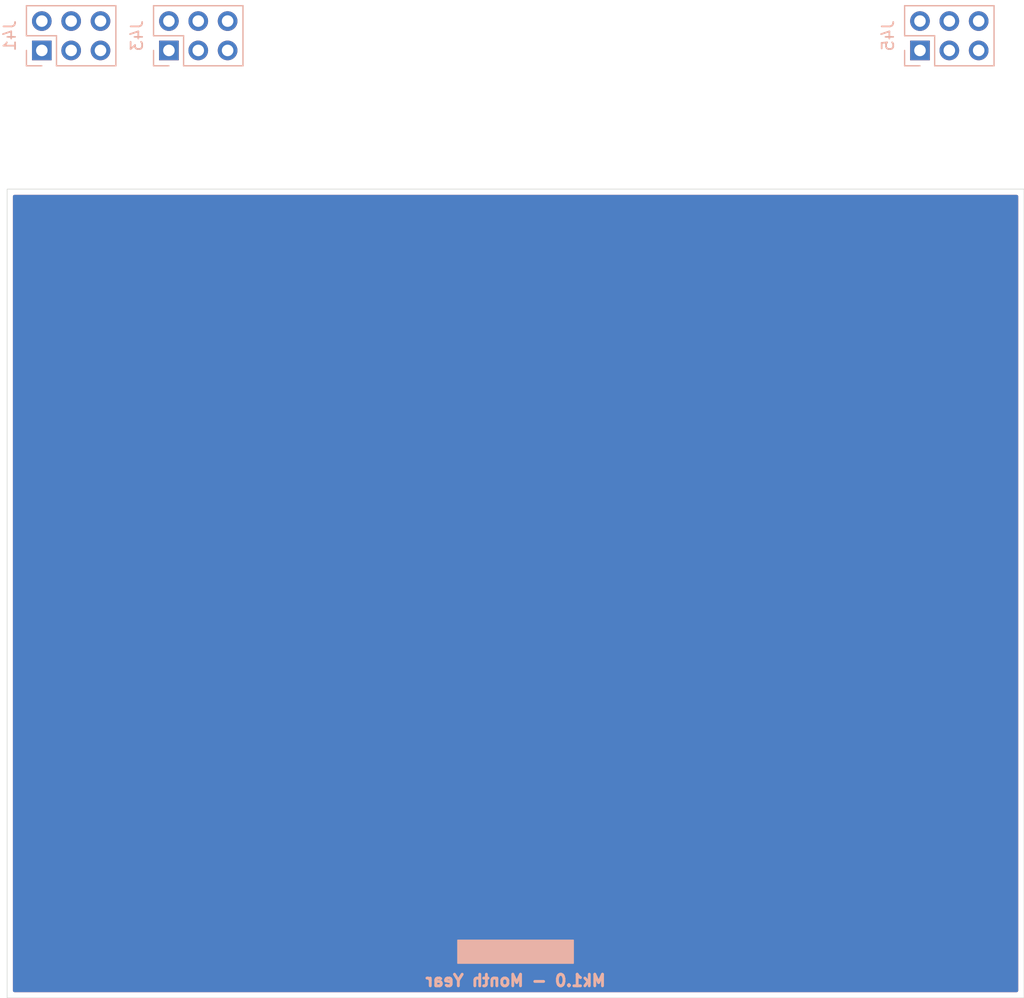
<source format=kicad_pcb>
(kicad_pcb (version 20241229) (generator "pcbnew") (generator_version "9.0")
  (title_block (rev "1") (company "DMH Instruments") (comment 1 "10cm Kosmo format synthesizer module PCB"))
  (layers (0 "F.Cu" signal) (2 "B.Cu" signal) (13 "F.Paste" user) (15 "B.Paste" user) (5 "F.SilkS" user "F.Silkscreen") (7 "B.SilkS" user "B.Silkscreen") (1 "F.Mask" user) (3 "B.Mask" user) (25 "Edge.Cuts" user))
  (net 0 "")
  (net 1 "+12V")
  (net 2 "-12V")
  (net 3 "B_Sync_M")
  (net 4 "B_Sqr_M")
  (net 5 "B_Saw_M")
  (net 6 "GND")
  (net 7 "B_Rng_Sw_p3_M")
  (net 8 "B_Rng_Sw_p1_M")
  (net 9 "B_VOct_Trim_p3_M")
  (net 10 "B_Rmp_M")
  (net 11 "B_Sin_M")
  (net 12 "B_Tri_M")
  (net 13 "B_Rnd_M")
  (footprint "Connector_PinSocket_2.54mm:PinSocket_2x03_P2.54mm_Vertical" (layer "B.Cu") (at 59 18 -90)
    (property "Reference" "J41" (at -1.27 2.77 90) (layer "B.SilkS") (effects (justify mirror)))
    (property "Value" "Conn_02x03_Odd_Even" (hide yes))
    (fp_line (start -3.87 1.33) (end -1.27 1.33) (stroke (width 0.12)) (layer "B.SilkS"))
    (fp_line (start -3.87 1.33) (end -3.87 -6.41) (stroke (width 0.12)) (layer "B.SilkS"))
    (fp_line (start -1.27 1.33) (end -1.27 -1.27) (stroke (width 0.12)) (layer "B.SilkS"))
    (fp_line (start 0 1.33) (end 1.33 1.33) (stroke (width 0.12)) (layer "B.SilkS"))
    (fp_line (start 1.33 1.33) (end 1.33 0) (stroke (width 0.12)) (layer "B.SilkS"))
    (fp_line (start -1.27 -1.27) (end 1.33 -1.27) (stroke (width 0.12)) (layer "B.SilkS"))
    (fp_line (start 1.33 -1.27) (end 1.33 -6.41) (stroke (width 0.12)) (layer "B.SilkS"))
    (fp_line (start -3.87 -6.41) (end 1.33 -6.41) (stroke (width 0.12)) (layer "B.SilkS"))
    (pad "1" thru_hole rect (at 0 0 270) (size 1.7 1.7) (drill 1) (layers "*.Cu" "*.Mask") (net 6 "GND"))
    (pad "2" thru_hole circle (at -2.54 0 270) (size 1.7 1.7) (drill 1) (layers "*.Cu" "*.Mask") (net 6 "GND"))
    (pad "3" thru_hole circle (at 0 -2.54 270) (size 1.7 1.7) (drill 1) (layers "*.Cu" "*.Mask") (net 1 "+12V"))
    (pad "4" thru_hole circle (at -2.54 -2.54 270) (size 1.7 1.7) (drill 1) (layers "*.Cu" "*.Mask") (net 1 "+12V"))
    (pad "5" thru_hole circle (at 0 -5.08 270) (size 1.7 1.7) (drill 1) (layers "*.Cu" "*.Mask") (net 2 "-12V"))
    (pad "6" thru_hole circle (at -2.54 -5.08 270) (size 1.7 1.7) (drill 1) (layers "*.Cu" "*.Mask") (net 2 "-12V"))
  )
  (footprint "Connector_PinSocket_2.54mm:PinSocket_2x03_P2.54mm_Vertical" (layer "B.Cu") (at 135 18 -90)
    (property "Reference" "J45" (at -1.27 2.77 90) (layer "B.SilkS") (effects (justify mirror)))
    (property "Value" "Conn_02x03_Odd_Even" (hide yes))
    (fp_line (start -3.87 1.33) (end -1.27 1.33) (stroke (width 0.12)) (layer "B.SilkS"))
    (fp_line (start -3.87 1.33) (end -3.87 -6.41) (stroke (width 0.12)) (layer "B.SilkS"))
    (fp_line (start -1.27 1.33) (end -1.27 -1.27) (stroke (width 0.12)) (layer "B.SilkS"))
    (fp_line (start 0 1.33) (end 1.33 1.33) (stroke (width 0.12)) (layer "B.SilkS"))
    (fp_line (start 1.33 1.33) (end 1.33 0) (stroke (width 0.12)) (layer "B.SilkS"))
    (fp_line (start -1.27 -1.27) (end 1.33 -1.27) (stroke (width 0.12)) (layer "B.SilkS"))
    (fp_line (start 1.33 -1.27) (end 1.33 -6.41) (stroke (width 0.12)) (layer "B.SilkS"))
    (fp_line (start -3.87 -6.41) (end 1.33 -6.41) (stroke (width 0.12)) (layer "B.SilkS"))
    (pad "1" thru_hole rect (at 0 0 270) (size 1.7 1.7) (drill 1) (layers "*.Cu" "*.Mask") (net 4 "B_Sqr_M"))
    (pad "2" thru_hole circle (at -2.54 0 270) (size 1.7 1.7) (drill 1) (layers "*.Cu" "*.Mask") (net 10 "B_Rmp_M"))
    (pad "3" thru_hole circle (at 0 -2.54 270) (size 1.7 1.7) (drill 1) (layers "*.Cu" "*.Mask") (net 5 "B_Saw_M"))
    (pad "4" thru_hole circle (at -2.54 -2.54 270) (size 1.7 1.7) (drill 1) (layers "*.Cu" "*.Mask") (net 11 "B_Sin_M"))
    (pad "5" thru_hole circle (at 0 -5.08 270) (size 1.7 1.7) (drill 1) (layers "*.Cu" "*.Mask") (net 12 "B_Tri_M"))
    (pad "6" thru_hole circle (at -2.54 -5.08 270) (size 1.7 1.7) (drill 1) (layers "*.Cu" "*.Mask") (net 13 "B_Rnd_M"))
  )
  (footprint "Connector_PinSocket_2.54mm:PinSocket_2x03_P2.54mm_Vertical" (layer "B.Cu") (at 70 18 -90)
    (property "Reference" "J43" (at -1.27 2.77 90) (layer "B.SilkS") (effects (justify mirror)))
    (property "Value" "Conn_02x03_Odd_Even" (hide yes))
    (fp_line (start -3.87 1.33) (end -1.27 1.33) (stroke (width 0.12)) (layer "B.SilkS"))
    (fp_line (start -3.87 1.33) (end -3.87 -6.41) (stroke (width 0.12)) (layer "B.SilkS"))
    (fp_line (start -1.27 1.33) (end -1.27 -1.27) (stroke (width 0.12)) (layer "B.SilkS"))
    (fp_line (start 0 1.33) (end 1.33 1.33) (stroke (width 0.12)) (layer "B.SilkS"))
    (fp_line (start 1.33 1.33) (end 1.33 0) (stroke (width 0.12)) (layer "B.SilkS"))
    (fp_line (start -1.27 -1.27) (end 1.33 -1.27) (stroke (width 0.12)) (layer "B.SilkS"))
    (fp_line (start 1.33 -1.27) (end 1.33 -6.41) (stroke (width 0.12)) (layer "B.SilkS"))
    (fp_line (start -3.87 -6.41) (end 1.33 -6.41) (stroke (width 0.12)) (layer "B.SilkS"))
    (pad "1" thru_hole rect (at 0 0 270) (size 1.7 1.7) (drill 1) (layers "*.Cu" "*.Mask") (net 9 "B_VOct_Trim_p3_M"))
    (pad "2" thru_hole circle (at -2.54 0 270) (size 1.7 1.7) (drill 1) (layers "*.Cu" "*.Mask") (net 8 "B_Rng_Sw_p1_M"))
    (pad "3" thru_hole circle (at 0 -2.54 270) (size 1.7 1.7) (drill 1) (layers "*.Cu" "*.Mask"))
    (pad "4" thru_hole circle (at -2.54 -2.54 270) (size 1.7 1.7) (drill 1) (layers "*.Cu" "*.Mask") (net 7 "B_Rng_Sw_p3_M"))
    (pad "5" thru_hole circle (at 0 -5.08 270) (size 1.7 1.7) (drill 1) (layers "*.Cu" "*.Mask") (net 3 "B_Sync_M"))
    (pad "6" thru_hole circle (at -2.54 -5.08 270) (size 1.7 1.7) (drill 1) (layers "*.Cu" "*.Mask") (net 6 "GND"))
  )
  (gr_rect (start 95 95) (end 105 97) (stroke (width 0.1)) (fill yes) (layer "B.SilkS"))
  (gr_rect (start 56 30) (end 144 100) (stroke (width 0.05)) (fill no) (layer "Edge.Cuts"))
  (gr_text "Mk1.0 - Month Year" (at 100 98.5 0) (layer "B.SilkS") (effects (font (size 1 1) (thickness 0.25) (bold yes)) (justify mirror)))
  (zone (net 6) (net_name "GND") (layers "F.Cu" "B.Cu") (name "Ground_planes") (connect_pads (clearance 0.5)) (min_thickness 0.25) (fill yes (thermal_gap 0.5) (thermal_bridge_width 0.5))
    (polygon (pts (xy 56 30) (xy 144 30) (xy 144 100) (xy 56 100)))
  )
)
</source>
